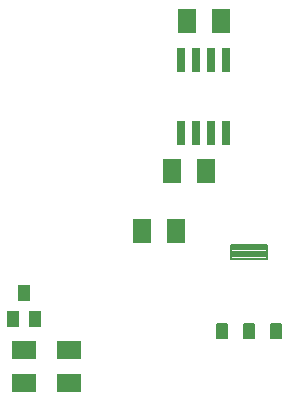
<source format=gtp>
G75*
%MOIN*%
%OFA0B0*%
%FSLAX25Y25*%
%IPPOS*%
%LPD*%
%AMOC8*
5,1,8,0,0,1.08239X$1,22.5*
%
%ADD10R,0.02600X0.08000*%
%ADD11R,0.03937X0.05512*%
%ADD12R,0.06299X0.07874*%
%ADD13R,0.07874X0.06299*%
%ADD14C,0.00549*%
%ADD15C,0.00774*%
D10*
X0118710Y0101420D03*
X0123710Y0101420D03*
X0128710Y0101420D03*
X0133710Y0101420D03*
X0133710Y0125620D03*
X0128710Y0125620D03*
X0123710Y0125620D03*
X0118710Y0125620D03*
D11*
X0062470Y0039189D03*
X0069950Y0039189D03*
X0066210Y0047850D03*
D12*
X0105698Y0068520D03*
X0116722Y0068520D03*
X0115698Y0088520D03*
X0126722Y0088520D03*
X0131722Y0138520D03*
X0120698Y0138520D03*
D13*
X0081210Y0029031D03*
X0081210Y0018008D03*
X0066210Y0018008D03*
X0066210Y0029031D03*
D14*
X0130638Y0033046D02*
X0133750Y0033046D01*
X0130638Y0033046D02*
X0130638Y0037654D01*
X0133750Y0037654D01*
X0133750Y0033046D01*
X0133750Y0033594D02*
X0130638Y0033594D01*
X0130638Y0034142D02*
X0133750Y0034142D01*
X0133750Y0034690D02*
X0130638Y0034690D01*
X0130638Y0035238D02*
X0133750Y0035238D01*
X0133750Y0035786D02*
X0130638Y0035786D01*
X0130638Y0036334D02*
X0133750Y0036334D01*
X0133750Y0036882D02*
X0130638Y0036882D01*
X0130638Y0037430D02*
X0133750Y0037430D01*
X0139654Y0033046D02*
X0142766Y0033046D01*
X0139654Y0033046D02*
X0139654Y0037654D01*
X0142766Y0037654D01*
X0142766Y0033046D01*
X0142766Y0033594D02*
X0139654Y0033594D01*
X0139654Y0034142D02*
X0142766Y0034142D01*
X0142766Y0034690D02*
X0139654Y0034690D01*
X0139654Y0035238D02*
X0142766Y0035238D01*
X0142766Y0035786D02*
X0139654Y0035786D01*
X0139654Y0036334D02*
X0142766Y0036334D01*
X0142766Y0036882D02*
X0139654Y0036882D01*
X0139654Y0037430D02*
X0142766Y0037430D01*
X0148670Y0033046D02*
X0151782Y0033046D01*
X0148670Y0033046D02*
X0148670Y0037654D01*
X0151782Y0037654D01*
X0151782Y0033046D01*
X0151782Y0033594D02*
X0148670Y0033594D01*
X0148670Y0034142D02*
X0151782Y0034142D01*
X0151782Y0034690D02*
X0148670Y0034690D01*
X0148670Y0035238D02*
X0151782Y0035238D01*
X0151782Y0035786D02*
X0148670Y0035786D01*
X0148670Y0036334D02*
X0151782Y0036334D01*
X0151782Y0036882D02*
X0148670Y0036882D01*
X0148670Y0037430D02*
X0151782Y0037430D01*
D15*
X0147201Y0059498D02*
X0135219Y0059498D01*
X0135219Y0063880D01*
X0147201Y0063880D01*
X0147201Y0059498D01*
X0147201Y0060271D02*
X0135219Y0060271D01*
X0135219Y0061044D02*
X0147201Y0061044D01*
X0147201Y0061817D02*
X0135219Y0061817D01*
X0135219Y0062590D02*
X0147201Y0062590D01*
X0147201Y0063363D02*
X0135219Y0063363D01*
M02*

</source>
